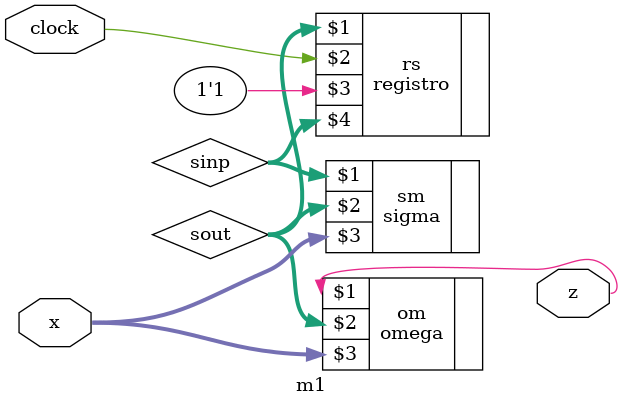
<source format=v>
module m1(output z, input [1:2]x , input clock);

   wire [1:3]sinp;
   wire [1:3]sout;

   sigma sm(sinp, sout, x);
   omega om(z, sout, x);
   registro #(3) rs(sout, clock, 1'b1, sinp);
   
   
endmodule

</source>
